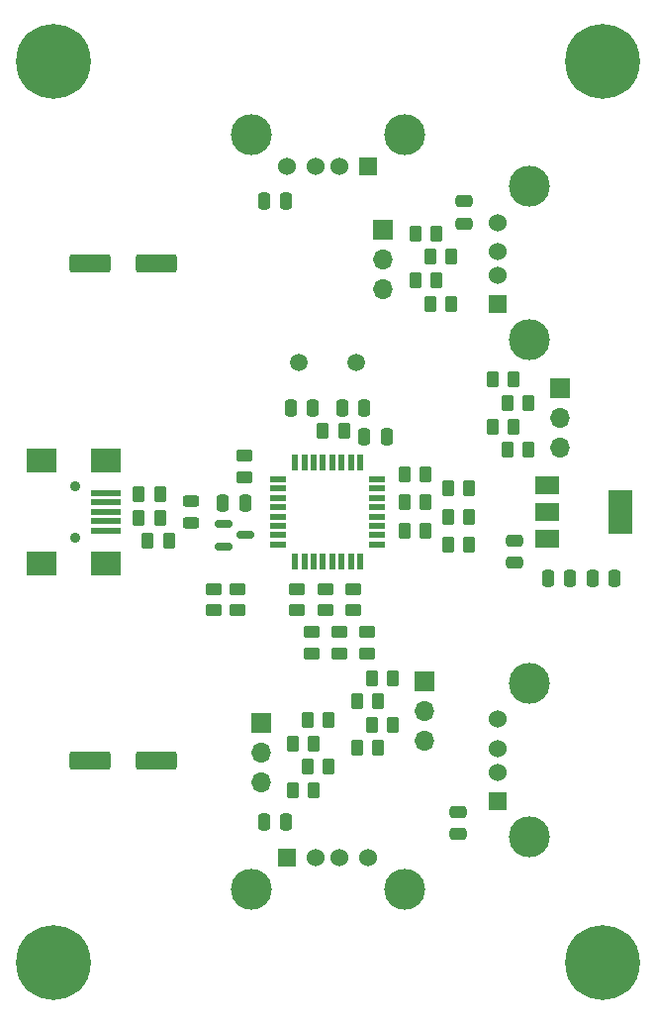
<source format=gts>
%TF.GenerationSoftware,KiCad,Pcbnew,(6.0.5)*%
%TF.CreationDate,2024-04-30T20:25:28+02:00*%
%TF.ProjectId,TUSB2046-FS-HUB,54555342-3230-4343-962d-46532d485542,rev?*%
%TF.SameCoordinates,Original*%
%TF.FileFunction,Soldermask,Top*%
%TF.FilePolarity,Negative*%
%FSLAX46Y46*%
G04 Gerber Fmt 4.6, Leading zero omitted, Abs format (unit mm)*
G04 Created by KiCad (PCBNEW (6.0.5)) date 2024-04-30 20:25:28*
%MOMM*%
%LPD*%
G01*
G04 APERTURE LIST*
G04 Aperture macros list*
%AMRoundRect*
0 Rectangle with rounded corners*
0 $1 Rounding radius*
0 $2 $3 $4 $5 $6 $7 $8 $9 X,Y pos of 4 corners*
0 Add a 4 corners polygon primitive as box body*
4,1,4,$2,$3,$4,$5,$6,$7,$8,$9,$2,$3,0*
0 Add four circle primitives for the rounded corners*
1,1,$1+$1,$2,$3*
1,1,$1+$1,$4,$5*
1,1,$1+$1,$6,$7*
1,1,$1+$1,$8,$9*
0 Add four rect primitives between the rounded corners*
20,1,$1+$1,$2,$3,$4,$5,0*
20,1,$1+$1,$4,$5,$6,$7,0*
20,1,$1+$1,$6,$7,$8,$9,0*
20,1,$1+$1,$8,$9,$2,$3,0*%
G04 Aperture macros list end*
%ADD10RoundRect,0.250000X-0.450000X0.262500X-0.450000X-0.262500X0.450000X-0.262500X0.450000X0.262500X0*%
%ADD11RoundRect,0.250000X0.450000X-0.262500X0.450000X0.262500X-0.450000X0.262500X-0.450000X-0.262500X0*%
%ADD12R,1.475000X0.600000*%
%ADD13R,0.600000X1.475000*%
%ADD14R,1.524000X1.524000*%
%ADD15C,1.524000*%
%ADD16C,3.500000*%
%ADD17RoundRect,0.250000X0.262500X0.450000X-0.262500X0.450000X-0.262500X-0.450000X0.262500X-0.450000X0*%
%ADD18RoundRect,0.250000X-0.262500X-0.450000X0.262500X-0.450000X0.262500X0.450000X-0.262500X0.450000X0*%
%ADD19C,6.400000*%
%ADD20RoundRect,0.150000X-0.587500X-0.150000X0.587500X-0.150000X0.587500X0.150000X-0.587500X0.150000X0*%
%ADD21RoundRect,0.250000X-0.475000X0.250000X-0.475000X-0.250000X0.475000X-0.250000X0.475000X0.250000X0*%
%ADD22RoundRect,0.250000X-0.250000X-0.475000X0.250000X-0.475000X0.250000X0.475000X-0.250000X0.475000X0*%
%ADD23R,2.000000X1.500000*%
%ADD24R,2.000000X3.800000*%
%ADD25C,1.500000*%
%ADD26RoundRect,0.250000X0.250000X0.475000X-0.250000X0.475000X-0.250000X-0.475000X0.250000X-0.475000X0*%
%ADD27R,1.700000X1.700000*%
%ADD28O,1.700000X1.700000*%
%ADD29RoundRect,0.250000X1.500000X0.550000X-1.500000X0.550000X-1.500000X-0.550000X1.500000X-0.550000X0*%
%ADD30RoundRect,0.243750X-0.456250X0.243750X-0.456250X-0.243750X0.456250X-0.243750X0.456250X0.243750X0*%
%ADD31C,0.900000*%
%ADD32R,2.500000X0.500000*%
%ADD33R,2.500000X2.000000*%
G04 APERTURE END LIST*
D10*
%TO.C,R35*%
X144750000Y-99087500D03*
X144750000Y-100912500D03*
%TD*%
D11*
%TO.C,R34*%
X142750000Y-100912500D03*
X142750000Y-99087500D03*
%TD*%
D12*
%TO.C,IC1*%
X148262000Y-89700000D03*
X148262000Y-90500000D03*
X148262000Y-91300000D03*
X148262000Y-92100000D03*
X148262000Y-92900000D03*
X148262000Y-93700000D03*
X148262000Y-94500000D03*
X148262000Y-95300000D03*
D13*
X149700000Y-96738000D03*
X150500000Y-96738000D03*
X151300000Y-96738000D03*
X152100000Y-96738000D03*
X152900000Y-96738000D03*
X153700000Y-96738000D03*
X154500000Y-96738000D03*
X155300000Y-96738000D03*
D12*
X156738000Y-95300000D03*
X156738000Y-94500000D03*
X156738000Y-93700000D03*
X156738000Y-92900000D03*
X156738000Y-92100000D03*
X156738000Y-91300000D03*
X156738000Y-90500000D03*
X156738000Y-89700000D03*
D13*
X155300000Y-88262000D03*
X154500000Y-88262000D03*
X153700000Y-88262000D03*
X152900000Y-88262000D03*
X152100000Y-88262000D03*
X151300000Y-88262000D03*
X150500000Y-88262000D03*
X149700000Y-88262000D03*
%TD*%
D14*
%TO.C,J5*%
X149000000Y-122022500D03*
D15*
X151500000Y-122022500D03*
X153500000Y-122022500D03*
X156000000Y-122022500D03*
D16*
X159070000Y-124732500D03*
X145930000Y-124732500D03*
%TD*%
D17*
%TO.C,R27*%
X168412500Y-85200000D03*
X166587500Y-85200000D03*
%TD*%
D18*
%TO.C,R8*%
X159087500Y-89300000D03*
X160912500Y-89300000D03*
%TD*%
D11*
%TO.C,R12*%
X145400000Y-89512500D03*
X145400000Y-87687500D03*
%TD*%
D19*
%TO.C,H1*%
X176000000Y-54000000D03*
%TD*%
D20*
%TO.C,U2*%
X143562500Y-93550000D03*
X143562500Y-95450000D03*
X145437500Y-94500000D03*
%TD*%
D18*
%TO.C,R1*%
X137087500Y-95000000D03*
X138912500Y-95000000D03*
%TD*%
D21*
%TO.C,C5*%
X168500000Y-94950000D03*
X168500000Y-96850000D03*
%TD*%
D22*
%TO.C,C3*%
X171350000Y-98200000D03*
X173250000Y-98200000D03*
%TD*%
D19*
%TO.C,H4*%
X129000000Y-54000000D03*
%TD*%
D23*
%TO.C,U1*%
X171250000Y-90200000D03*
X171250000Y-92500000D03*
D24*
X177550000Y-92500000D03*
D23*
X171250000Y-94800000D03*
%TD*%
D19*
%TO.C,H3*%
X129000000Y-131000000D03*
%TD*%
D21*
%TO.C,C11*%
X163700000Y-118150000D03*
X163700000Y-120050000D03*
%TD*%
D25*
%TO.C,Y1*%
X150050000Y-79700000D03*
X154930000Y-79700000D03*
%TD*%
D18*
%TO.C,R30*%
X161287500Y-74700000D03*
X163112500Y-74700000D03*
%TD*%
D17*
%TO.C,R15*%
X164612500Y-95300000D03*
X162787500Y-95300000D03*
%TD*%
D14*
%TO.C,J4*%
X167022500Y-117250000D03*
D15*
X167022500Y-114750000D03*
X167022500Y-112750000D03*
X167022500Y-110250000D03*
D16*
X169732500Y-107180000D03*
X169732500Y-120320000D03*
%TD*%
D19*
%TO.C,H2*%
X176000000Y-131000000D03*
%TD*%
D26*
%TO.C,C13*%
X155650000Y-83600000D03*
X153750000Y-83600000D03*
%TD*%
D18*
%TO.C,R11*%
X159087500Y-94100000D03*
X160912500Y-94100000D03*
%TD*%
%TO.C,R33*%
X149487500Y-116300000D03*
X151312500Y-116300000D03*
%TD*%
%TO.C,R3*%
X136337500Y-91000000D03*
X138162500Y-91000000D03*
%TD*%
D17*
%TO.C,R18*%
X161812500Y-68700000D03*
X159987500Y-68700000D03*
%TD*%
D18*
%TO.C,R2*%
X136337500Y-93000000D03*
X138162500Y-93000000D03*
%TD*%
D17*
%TO.C,R32*%
X156812500Y-112700000D03*
X154987500Y-112700000D03*
%TD*%
D27*
%TO.C,J6*%
X160800000Y-106975000D03*
D28*
X160800000Y-109515000D03*
X160800000Y-112055000D03*
%TD*%
D14*
%TO.C,J2*%
X156000000Y-62977500D03*
D15*
X153500000Y-62977500D03*
X151500000Y-62977500D03*
X149000000Y-62977500D03*
D16*
X145930000Y-60267500D03*
X159070000Y-60267500D03*
%TD*%
D18*
%TO.C,R10*%
X162787500Y-92900000D03*
X164612500Y-92900000D03*
%TD*%
D27*
%TO.C,J7*%
X146800000Y-110560000D03*
D28*
X146800000Y-113100000D03*
X146800000Y-115640000D03*
%TD*%
D29*
%TO.C,C2*%
X137800000Y-71250000D03*
X132200000Y-71250000D03*
%TD*%
D10*
%TO.C,R5*%
X154700000Y-99087500D03*
X154700000Y-100912500D03*
%TD*%
D18*
%TO.C,R9*%
X162787500Y-90500000D03*
X164612500Y-90500000D03*
%TD*%
D30*
%TO.C,D1*%
X140800000Y-91562500D03*
X140800000Y-93437500D03*
%TD*%
D17*
%TO.C,R19*%
X163112500Y-70700000D03*
X161287500Y-70700000D03*
%TD*%
D22*
%TO.C,C9*%
X147050000Y-65900000D03*
X148950000Y-65900000D03*
%TD*%
%TO.C,C7*%
X155650000Y-86100000D03*
X157550000Y-86100000D03*
%TD*%
D10*
%TO.C,R6*%
X152300000Y-99087500D03*
X152300000Y-100912500D03*
%TD*%
D26*
%TO.C,C4*%
X177050000Y-98200000D03*
X175150000Y-98200000D03*
%TD*%
D22*
%TO.C,C12*%
X149350000Y-83600000D03*
X151250000Y-83600000D03*
%TD*%
D17*
%TO.C,R16*%
X160912500Y-91700000D03*
X159087500Y-91700000D03*
%TD*%
%TO.C,R28*%
X158112500Y-110700000D03*
X156287500Y-110700000D03*
%TD*%
D26*
%TO.C,C6*%
X145450000Y-91750000D03*
X143550000Y-91750000D03*
%TD*%
%TO.C,C8*%
X148950000Y-119000000D03*
X147050000Y-119000000D03*
%TD*%
D31*
%TO.C,J1*%
X130925000Y-90300000D03*
X130925000Y-94700000D03*
D32*
X133525000Y-90900000D03*
X133525000Y-91700000D03*
X133525000Y-92500000D03*
X133525000Y-93300000D03*
X133525000Y-94100000D03*
D33*
X128025000Y-88100000D03*
X128025000Y-96900000D03*
X133525000Y-88100000D03*
X133525000Y-96900000D03*
%TD*%
D17*
%TO.C,R31*%
X169712500Y-87200000D03*
X167887500Y-87200000D03*
%TD*%
D14*
%TO.C,J3*%
X167022500Y-74750000D03*
D15*
X167022500Y-72250000D03*
X167022500Y-70250000D03*
X167022500Y-67750000D03*
D16*
X169732500Y-77820000D03*
X169732500Y-64680000D03*
%TD*%
D27*
%TO.C,J9*%
X172400000Y-81960000D03*
D28*
X172400000Y-84500000D03*
X172400000Y-87040000D03*
%TD*%
D18*
%TO.C,R25*%
X167887500Y-83200000D03*
X169712500Y-83200000D03*
%TD*%
D10*
%TO.C,R7*%
X151100000Y-102787500D03*
X151100000Y-104612500D03*
%TD*%
D11*
%TO.C,R14*%
X153500000Y-104612500D03*
X153500000Y-102787500D03*
%TD*%
D18*
%TO.C,R29*%
X150787500Y-114300000D03*
X152612500Y-114300000D03*
%TD*%
%TO.C,R22*%
X150787500Y-110300000D03*
X152612500Y-110300000D03*
%TD*%
%TO.C,R26*%
X159987500Y-72700000D03*
X161812500Y-72700000D03*
%TD*%
D29*
%TO.C,C1*%
X137800000Y-113750000D03*
X132200000Y-113750000D03*
%TD*%
D21*
%TO.C,C10*%
X164200000Y-65950000D03*
X164200000Y-67850000D03*
%TD*%
D10*
%TO.C,R4*%
X155900000Y-102787500D03*
X155900000Y-104612500D03*
%TD*%
D27*
%TO.C,J8*%
X157200000Y-68360000D03*
D28*
X157200000Y-70900000D03*
X157200000Y-73440000D03*
%TD*%
D11*
%TO.C,R13*%
X149900000Y-100912500D03*
X149900000Y-99087500D03*
%TD*%
D18*
%TO.C,R24*%
X166587500Y-81200000D03*
X168412500Y-81200000D03*
%TD*%
D17*
%TO.C,R17*%
X153912500Y-85600000D03*
X152087500Y-85600000D03*
%TD*%
%TO.C,R21*%
X156812500Y-108700000D03*
X154987500Y-108700000D03*
%TD*%
D18*
%TO.C,R23*%
X149487500Y-112300000D03*
X151312500Y-112300000D03*
%TD*%
D17*
%TO.C,R20*%
X158112500Y-106700000D03*
X156287500Y-106700000D03*
%TD*%
M02*

</source>
